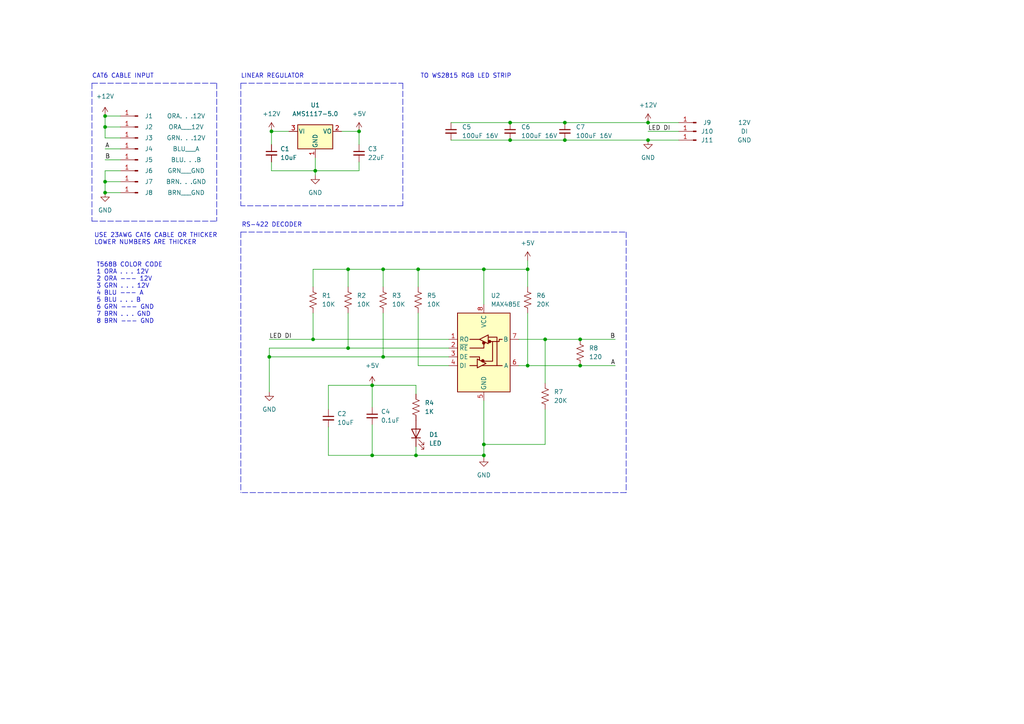
<source format=kicad_sch>
(kicad_sch (version 20211123) (generator eeschema)
  (paper "A4")
  (lib_symbols
    (symbol "Connector:Conn_01x01_Male" (pin_names (offset 1.016) hide)
      (property "Reference" "J" (at 0 2.54 0))
      (property "Value" "Conn_01x01_Male" (at 0 -2.54 0))
      (symbol "Conn_01x01_Male_1_1"
        (polyline (pts (xy 1.27 0) (xy 0.8636 0)) (stroke (width 0.1524)))
        (rectangle (start 0.8636 0.127) (end 0 -0.127) (stroke (width 0.1524)) (fill (type outline)))
        (pin passive line (at 5.08 0 180) (length 3.81) (name "Pin_1") (number "1"))
      )
    )
    (symbol "Device:C_Small" (pin_numbers hide) (pin_names (offset 0.254) hide)
      (property "Reference" "C" (at 0.254 1.778 0))
      (property "Value" "C_Small" (at 0.254 -2.032 0))
      (symbol "C_Small_0_1"
        (polyline (pts (xy -1.524 -0.508) (xy 1.524 -0.508)) (stroke (width 0.3302)))
        (polyline (pts (xy -1.524 0.508) (xy 1.524 0.508)) (stroke (width 0.3048)))
      )
      (symbol "C_Small_1_1"
        (pin passive line (at 0 2.54 270) (length 2.032) (name "~") (number "1"))
        (pin passive line (at 0 -2.54 90) (length 2.032) (name "~") (number "2"))
      )
    )
    (symbol "Device:LED" (pin_numbers hide) (pin_names (offset 1.016) hide)
      (property "Reference" "D" (at 0 2.54 0))
      (property "Value" "LED" (at 0 -2.54 0))
      (symbol "LED_0_1"
        (polyline (pts (xy -1.27 -1.27) (xy -1.27 1.27)) (stroke (width 0.254)))
        (polyline (pts (xy -1.27 0) (xy 1.27 0)))
        (polyline (pts (xy 1.27 -1.27) (xy 1.27 1.27) (xy -1.27 0) (xy 1.27 -1.27)) (stroke (width 0.254)))
        (polyline (pts (xy -3.048 -0.762) (xy -4.572 -2.286) (xy -3.81 -2.286) (xy -4.572 -2.286) (xy -4.572 -1.524)))
        (polyline (pts (xy -1.778 -0.762) (xy -3.302 -2.286) (xy -2.54 -2.286) (xy -3.302 -2.286) (xy -3.302 -1.524)))
      )
      (symbol "LED_1_1"
        (pin passive line (at -3.81 0 0) (length 2.54) (name "K") (number "1"))
        (pin passive line (at 3.81 0 180) (length 2.54) (name "A") (number "2"))
      )
    )
    (symbol "Device:R_US" (pin_numbers hide) (pin_names (offset 0))
      (property "Reference" "R" (at 2.54 0 90))
      (property "Value" "R_US" (at -2.54 0 90))
      (symbol "R_US_0_1"
        (polyline (pts (xy 0 -2.286) (xy 0 -2.54)))
        (polyline (pts (xy 0 2.286) (xy 0 2.54)))
        (polyline (pts (xy 0 -0.762) (xy 1.016 -1.143) (xy 0 -1.524) (xy -1.016 -1.905) (xy 0 -2.286)))
        (polyline (pts (xy 0 0.762) (xy 1.016 0.381) (xy 0 0) (xy -1.016 -0.381) (xy 0 -0.762)))
        (polyline (pts (xy 0 2.286) (xy 1.016 1.905) (xy 0 1.524) (xy -1.016 1.143) (xy 0 0.762)))
      )
      (symbol "R_US_1_1"
        (pin passive line (at 0 3.81 270) (length 1.27) (name "~") (number "1"))
        (pin passive line (at 0 -3.81 90) (length 1.27) (name "~") (number "2"))
      )
    )
    (symbol "Interface_UART:MAX485E"
      (property "Reference" "U" (at -6.096 11.43 0))
      (property "Value" "MAX485E" (at 0.762 11.43 0))
      (symbol "MAX485E_0_1"
        (rectangle (start -7.62 10.16) (end 7.62 -12.7) (stroke (width 0.254)) (fill (type background)))
        (circle (center -0.3048 -3.683) (radius 0.3556) (stroke (width 0.254)) (fill (type outline)))
        (circle (center -0.0254 1.4986) (radius 0.3556) (stroke (width 0.254)) (fill (type outline)))
        (polyline (pts (xy -4.064 -5.08) (xy -1.905 -5.08)) (stroke (width 0.254)))
        (polyline (pts (xy -4.064 2.54) (xy -1.27 2.54)) (stroke (width 0.254)))
        (polyline (pts (xy -1.27 -3.2004) (xy -1.27 -3.4544)) (stroke (width 0.254)))
        (polyline (pts (xy -0.635 -5.08) (xy 5.334 -5.08)) (stroke (width 0.254)))
        (polyline (pts (xy -4.064 -2.54) (xy -1.27 -2.54) (xy -1.27 -3.175)) (stroke (width 0.254)))
        (polyline (pts (xy 0 1.27) (xy 0 0) (xy -4.064 0)) (stroke (width 0.254)))
        (polyline (pts (xy 1.27 3.175) (xy 3.81 3.175) (xy 3.81 -5.08)) (stroke (width 0.254)))
        (polyline (pts (xy 2.54 1.905) (xy 2.54 -3.81) (xy 0 -3.81)) (stroke (width 0.254)))
        (polyline (pts (xy -1.905 -3.175) (xy -1.905 -5.715) (xy 0.635 -4.445) (xy -1.905 -3.175)) (stroke (width 0.254)))
        (polyline (pts (xy -1.27 2.54) (xy 1.27 3.81) (xy 1.27 1.27) (xy -1.27 2.54)) (stroke (width 0.254)))
        (polyline (pts (xy 1.905 1.905) (xy 4.445 1.905) (xy 4.445 2.54) (xy 5.334 2.54)) (stroke (width 0.254)))
        (rectangle (start 1.27 3.175) (end 1.27 3.175))
        (circle (center 1.651 1.905) (radius 0.3556) (stroke (width 0.254)) (fill (type outline)))
      )
      (symbol "MAX485E_1_1"
        (pin output line (at -10.16 2.54 0) (length 2.54) (name "RO") (number "1"))
        (pin input line (at -10.16 0 0) (length 2.54) (name "~{RE}") (number "2"))
        (pin input line (at -10.16 -2.54 0) (length 2.54) (name "DE") (number "3"))
        (pin input line (at -10.16 -5.08 0) (length 2.54) (name "DI") (number "4"))
        (pin power_in line (at 0 -15.24 90) (length 2.54) (name "GND") (number "5"))
        (pin bidirectional line (at 10.16 -5.08 180) (length 2.54) (name "A") (number "6"))
        (pin bidirectional line (at 10.16 2.54 180) (length 2.54) (name "B") (number "7"))
        (pin power_in line (at 0 12.7 270) (length 2.54) (name "VCC") (number "8"))
      )
    )
    (symbol "Regulator_Linear:AMS1117-5.0" (pin_names (offset 0.254))
      (property "Reference" "U" (at -3.81 3.175 0))
      (property "Value" "AMS1117-5.0" (at 0 3.175 0))
      (symbol "AMS1117-5.0_0_1"
        (rectangle (start -5.08 -5.08) (end 5.08 1.905) (stroke (width 0.254)) (fill (type background)))
      )
      (symbol "AMS1117-5.0_1_1"
        (pin power_in line (at 0 -7.62 90) (length 2.54) (name "GND") (number "1"))
        (pin power_out line (at 7.62 0 180) (length 2.54) (name "VO") (number "2"))
        (pin power_in line (at -7.62 0 0) (length 2.54) (name "VI") (number "3"))
      )
    )
    (symbol "power:+12V" (power) (pin_names (offset 0))
      (property "Value" "+12V" (at 0 3.556 0))
      (symbol "+12V_0_1"
        (polyline (pts (xy -0.762 1.27) (xy 0 2.54)))
        (polyline (pts (xy 0 0) (xy 0 2.54)))
        (polyline (pts (xy 0 2.54) (xy 0.762 1.27)))
      )
      (symbol "+12V_1_1"
        (pin power_in line (at 0 0 90) (length 0) hide (name "+12V") (number "1"))
      )
    )
    (symbol "power:+5V" (power) (pin_names (offset 0))
      (property "Value" "+5V" (at 0 3.556 0))
      (symbol "+5V_0_1"
        (polyline (pts (xy -0.762 1.27) (xy 0 2.54)))
        (polyline (pts (xy 0 0) (xy 0 2.54)))
        (polyline (pts (xy 0 2.54) (xy 0.762 1.27)))
      )
      (symbol "+5V_1_1"
        (pin power_in line (at 0 0 90) (length 0) hide (name "+5V") (number "1"))
      )
    )
    (symbol "power:GND" (power) (pin_names (offset 0))
      (property "Value" "GND" (at 0 -3.81 0))
      (symbol "GND_0_1"
        (polyline (pts (xy 0 0) (xy 0 -1.27) (xy 1.27 -1.27) (xy 0 -2.54) (xy -1.27 -1.27) (xy 0 -1.27)))
      )
      (symbol "GND_1_1"
        (pin power_in line (at 0 0 270) (length 0) hide (name "GND") (number "1"))
      )
    )
  )
  (junction (at 163.83 40.64))
  (junction (at 91.44 49.53))
  (junction (at 153.035 78.105))
  (junction (at 90.805 98.425))
  (junction (at 111.125 103.505))
  (junction (at 120.65 132.08))
  (junction (at 78.74 38.1))
  (junction (at 140.335 78.105))
  (junction (at 30.48 36.83))
  (junction (at 111.125 78.105))
  (junction (at 30.48 55.88))
  (junction (at 121.285 78.105))
  (junction (at 153.035 106.045))
  (junction (at 30.48 33.655))
  (junction (at 147.955 40.64))
  (junction (at 140.335 128.905))
  (junction (at 100.965 78.105))
  (junction (at 78.105 103.505))
  (junction (at 158.115 98.425))
  (junction (at 147.955 35.56))
  (junction (at 100.965 100.965))
  (junction (at 140.335 132.08))
  (junction (at 107.95 111.76))
  (junction (at 104.14 38.1))
  (junction (at 168.275 106.045))
  (junction (at 163.83 35.56))
  (junction (at 107.95 132.08))
  (junction (at 30.48 52.705))
  (junction (at 168.275 98.425))
  (junction (at 187.96 40.64))
  (junction (at 187.96 35.56))
  (wire (pts (xy 30.48 36.83) (xy 30.48 33.655)))
  (wire (pts (xy 158.115 98.425) (xy 158.115 111.125)))
  (wire (pts (xy 30.48 33.655) (xy 34.925 33.655)))
  (wire (pts (xy 34.925 36.83) (xy 30.48 36.83)))
  (wire (pts (xy 78.74 38.1) (xy 78.74 41.91)))
  (wire (pts (xy 111.125 90.805) (xy 111.125 103.505)))
  (wire (pts (xy 34.925 49.53) (xy 30.48 49.53)))
  (polyline (pts (xy 181.61 67.31) (xy 181.61 142.875)))
  (polyline (pts (xy 26.67 64.135) (xy 62.865 64.135)))
  (wire (pts (xy 163.83 35.56) (xy 187.96 35.56)))
  (wire (pts (xy 120.65 111.76) (xy 107.95 111.76)))
  (wire (pts (xy 78.105 100.965) (xy 78.105 103.505)))
  (wire (pts (xy 78.105 103.505) (xy 78.105 113.665)))
  (wire (pts (xy 100.965 78.105) (xy 90.805 78.105)))
  (wire (pts (xy 95.25 132.08) (xy 107.95 132.08)))
  (wire (pts (xy 147.955 40.64) (xy 163.83 40.64)))
  (wire (pts (xy 95.25 111.76) (xy 95.25 118.745)))
  (wire (pts (xy 90.805 78.105) (xy 90.805 83.185)))
  (polyline (pts (xy 69.85 24.13) (xy 116.84 24.13)))
  (wire (pts (xy 158.115 128.905) (xy 140.335 128.905)))
  (wire (pts (xy 34.925 40.005) (xy 30.48 40.005)))
  (wire (pts (xy 30.48 46.355) (xy 34.925 46.355)))
  (wire (pts (xy 30.48 43.18) (xy 34.925 43.18)))
  (wire (pts (xy 100.965 90.805) (xy 100.965 100.965)))
  (wire (pts (xy 140.335 116.205) (xy 140.335 128.905)))
  (wire (pts (xy 78.105 103.505) (xy 111.125 103.505)))
  (wire (pts (xy 91.44 49.53) (xy 91.44 50.8)))
  (wire (pts (xy 120.65 129.54) (xy 120.65 132.08)))
  (wire (pts (xy 158.115 118.745) (xy 158.115 128.905)))
  (polyline (pts (xy 69.85 24.13) (xy 69.85 59.69)))
  (wire (pts (xy 107.95 123.19) (xy 107.95 132.08)))
  (wire (pts (xy 153.035 78.105) (xy 140.335 78.105)))
  (wire (pts (xy 107.95 132.08) (xy 120.65 132.08)))
  (wire (pts (xy 140.335 78.105) (xy 140.335 88.265)))
  (wire (pts (xy 168.275 106.045) (xy 178.435 106.045)))
  (polyline (pts (xy 26.67 24.13) (xy 62.865 24.13)))
  (wire (pts (xy 120.65 114.3) (xy 120.65 111.76)))
  (polyline (pts (xy 26.67 24.13) (xy 26.67 64.135)))
  (wire (pts (xy 121.285 90.805) (xy 121.285 106.045)))
  (wire (pts (xy 30.48 40.005) (xy 30.48 36.83)))
  (wire (pts (xy 140.335 128.905) (xy 140.335 132.08)))
  (wire (pts (xy 153.035 78.105) (xy 153.035 83.185)))
  (wire (pts (xy 100.965 78.105) (xy 100.965 83.185)))
  (wire (pts (xy 95.25 123.825) (xy 95.25 132.08)))
  (wire (pts (xy 78.74 49.53) (xy 91.44 49.53)))
  (wire (pts (xy 99.06 38.1) (xy 104.14 38.1)))
  (wire (pts (xy 100.965 100.965) (xy 78.105 100.965)))
  (wire (pts (xy 104.14 46.99) (xy 104.14 49.53)))
  (wire (pts (xy 150.495 106.045) (xy 153.035 106.045)))
  (polyline (pts (xy 69.85 67.31) (xy 181.61 67.31)))
  (wire (pts (xy 140.335 78.105) (xy 121.285 78.105)))
  (wire (pts (xy 153.035 90.805) (xy 153.035 106.045)))
  (polyline (pts (xy 181.61 142.875) (xy 69.85 142.875)))
  (wire (pts (xy 90.805 90.805) (xy 90.805 98.425)))
  (wire (pts (xy 187.96 40.64) (xy 196.85 40.64)))
  (polyline (pts (xy 116.84 59.69) (xy 69.85 59.69)))
  (wire (pts (xy 107.95 111.76) (xy 95.25 111.76)))
  (wire (pts (xy 130.175 100.965) (xy 100.965 100.965)))
  (wire (pts (xy 90.805 98.425) (xy 130.175 98.425)))
  (wire (pts (xy 187.96 38.1) (xy 196.85 38.1)))
  (polyline (pts (xy 69.85 67.31) (xy 69.85 142.875)))
  (wire (pts (xy 111.125 78.105) (xy 111.125 83.185)))
  (wire (pts (xy 78.105 98.425) (xy 90.805 98.425)))
  (wire (pts (xy 153.035 75.565) (xy 153.035 78.105)))
  (wire (pts (xy 30.48 52.705) (xy 30.48 55.88)))
  (wire (pts (xy 91.44 45.72) (xy 91.44 49.53)))
  (wire (pts (xy 130.81 40.64) (xy 147.955 40.64)))
  (polyline (pts (xy 62.865 24.13) (xy 62.865 64.135)))
  (wire (pts (xy 121.285 78.105) (xy 111.125 78.105)))
  (wire (pts (xy 78.74 49.53) (xy 78.74 46.99)))
  (wire (pts (xy 91.44 49.53) (xy 104.14 49.53)))
  (wire (pts (xy 104.14 38.1) (xy 104.14 41.91)))
  (wire (pts (xy 147.955 35.56) (xy 163.83 35.56)))
  (wire (pts (xy 187.96 35.56) (xy 196.85 35.56)))
  (wire (pts (xy 168.275 98.425) (xy 178.435 98.425)))
  (wire (pts (xy 163.83 40.64) (xy 187.96 40.64)))
  (wire (pts (xy 107.95 111.76) (xy 107.95 118.11)))
  (wire (pts (xy 158.115 98.425) (xy 168.275 98.425)))
  (wire (pts (xy 78.74 38.1) (xy 83.82 38.1)))
  (wire (pts (xy 111.125 103.505) (xy 130.175 103.505)))
  (wire (pts (xy 120.65 132.08) (xy 140.335 132.08)))
  (polyline (pts (xy 116.84 24.13) (xy 116.84 59.69)))
  (wire (pts (xy 111.125 78.105) (xy 100.965 78.105)))
  (wire (pts (xy 30.48 49.53) (xy 30.48 52.705)))
  (wire (pts (xy 140.335 132.08) (xy 140.335 132.715)))
  (wire (pts (xy 121.285 106.045) (xy 130.175 106.045)))
  (wire (pts (xy 130.81 35.56) (xy 147.955 35.56)))
  (wire (pts (xy 153.035 106.045) (xy 168.275 106.045)))
  (wire (pts (xy 34.925 52.705) (xy 30.48 52.705)))
  (wire (pts (xy 121.285 78.105) (xy 121.285 83.185)))
  (wire (pts (xy 150.495 98.425) (xy 158.115 98.425)))
  (wire (pts (xy 30.48 55.88) (xy 34.925 55.88)))
  (text "TO WS2815 RGB LED STRIP" (at 121.92 22.86 0) (effects (font (size 1.27 1.27)) (justify left bottom)))
  (text "CAT6 CABLE INPUT" (at 26.67 22.86 0) (effects (font (size 1.27 1.27)) (justify left bottom)))
  (text "LINEAR REGULATOR" (at 69.85 22.86 0) (effects (font (size 1.27 1.27)) (justify left bottom)))
  (text "T568B COLOR CODE\n1 ORA . . . 12V\n2 ORA --- 12V\n3 GRN . . . 12V\n4 BLU --- A\n5 BLU . . . B\n6 GRN --- GND\n7 BRN . . . GND\n8 BRN --- GND" (at 27.94 93.98 0) (effects (font (size 1.27 1.27)) (justify left bottom)))
  (text "RS-422 DECODER" (at 87.63 66.04 180) (effects (font (size 1.27 1.27)) (justify right bottom)))
  (text "USE 23AWG CAT6 CABLE OR THICKER\nLOWER NUMBERS ARE THICKER" (at 27.305 71.12 0) (effects (font (size 1.27 1.27)) (justify left bottom)))
  (label "B" (at 30.48 46.355 0))
  (label "A" (at 178.435 106.045 180))
  (label "A" (at 30.48 43.18 0))
  (label "LED DI" (at 78.105 98.425 0))
  (label "B" (at 178.435 98.425 180))
  (label "LED DI" (at 187.96 38.1 0))
  (symbol (lib_id "Device:C_Small") (at 130.81 38.1 0) (unit 1)
    (property "Reference" "C5" (at 133.985 36.8362 0) (effects (justify left)))
    (property "Value" "100uF 16V" (at 133.985 39.3762 0) (effects (justify left)))
    (property "Footprint" "Capacitor_SMD:C_1210_3225Metric" (effects hide))
    (property "JLCPCB" "C90143" (effects hide))
  )
  (symbol (lib_id "Regulator_Linear:AMS1117-5.0") (at 91.44 38.1 0) (unit 1)
    (property "Reference" "U1" (at 91.44 30.48 0))
    (property "Value" "AMS1117-5.0" (at 91.44 33.02 0))
    (property "Footprint" "Package_TO_SOT_SMD:SOT-223-3_TabPin2" (effects hide))
    (property "Datasheet" "http://www.advanced-monolithic.com/pdf/ds1117.pdf" (effects hide))
    (property "JLCPCB" "C6187" (effects hide))
  )
  (symbol (lib_id "power:GND") (at 30.48 55.88 0) (unit 1)
    (property "Reference" "#PWR02" (effects hide))
    (property "Value" "GND" (at 30.48 60.96 0))
  )
  (symbol (lib_id "Connector:Conn_01x01_Male") (at 40.005 52.705 180) (unit 1)
    (property "Reference" "J7" (at 43.18 52.705 0))
    (property "Value" "BRN. . .GND" (at 53.975 52.705 0))
    (property "Footprint" "Connector_Wire:SolderWire-0.25sqmm_1x01_D0.65mm_OD1.7mm" (effects hide))
  )
  (symbol (lib_id "Connector:Conn_01x01_Male") (at 40.005 49.53 180) (unit 1)
    (property "Reference" "J6" (at 43.18 49.53 0))
    (property "Value" "GRN___GND" (at 53.975 49.53 0))
    (property "Footprint" "Connector_Wire:SolderWire-0.25sqmm_1x01_D0.65mm_OD1.7mm" (effects hide))
  )
  (symbol (lib_id "Connector:Conn_01x01_Male") (at 201.93 40.64 180) (unit 1)
    (property "Reference" "J11" (at 205.105 40.64 0))
    (property "Value" "GND" (at 215.9 40.64 0))
    (property "Footprint" "Connector_Wire:SolderWire-1sqmm_1x01_D1.4mm_OD2.7mm" (effects hide))
  )
  (symbol (lib_id "Device:R_US") (at 158.115 114.935 0) (unit 1)
    (property "Reference" "R7" (at 160.655 113.6649 0) (effects (justify left)))
    (property "Value" "20K" (at 160.655 116.2049 0) (effects (justify left)))
    (property "Footprint" "Resistor_SMD:R_0603_1608Metric" (effects hide))
    (property "JLCPCB" "C4184" (effects hide))
  )
  (symbol (lib_id "power:+12V") (at 30.48 33.655 0) (unit 1)
    (property "Reference" "#PWR01" (effects hide))
    (property "Value" "+12V" (at 30.48 27.94 0))
  )
  (symbol (lib_id "Device:C_Small") (at 95.25 121.285 0) (unit 1)
    (property "Reference" "C2" (at 97.79 120.0212 0) (effects (justify left)))
    (property "Value" "10uF" (at 97.79 122.5612 0) (effects (justify left)))
    (property "Footprint" "Capacitor_SMD:C_0805_2012Metric" (effects hide))
    (property "JLCPCB" "C15850" (effects hide))
  )
  (symbol (lib_id "power:+5V") (at 104.14 38.1 0) (unit 1)
    (property "Reference" "#PWR06" (effects hide))
    (property "Value" "+5V" (at 104.14 33.02 0))
  )
  (symbol (lib_id "Connector:Conn_01x01_Male") (at 40.005 46.355 180) (unit 1)
    (property "Reference" "J5" (at 43.18 46.355 0))
    (property "Value" "BLU. . .B" (at 53.975 46.355 0))
    (property "Footprint" "Connector_Wire:SolderWire-0.25sqmm_1x01_D0.65mm_OD1.7mm" (effects hide))
  )
  (symbol (lib_id "Device:C_Small") (at 107.95 120.65 0) (unit 1)
    (property "Reference" "C4" (at 110.49 119.3862 0) (effects (justify left)))
    (property "Value" "0.1uF" (at 110.49 121.9262 0) (effects (justify left)))
    (property "Footprint" "Capacitor_SMD:C_0402_1005Metric" (effects hide))
    (property "JLCPCB" "C1525" (effects hide))
  )
  (symbol (lib_id "Device:R_US") (at 111.125 86.995 0) (unit 1)
    (property "Reference" "R3" (at 113.665 85.7249 0) (effects (justify left)))
    (property "Value" "10K" (at 113.665 88.2649 0) (effects (justify left)))
    (property "Footprint" "Resistor_SMD:R_0603_1608Metric" (effects hide))
    (property "JLCPCB" "C25804" (effects hide))
  )
  (symbol (lib_id "Device:C_Small") (at 147.955 38.1 0) (unit 1)
    (property "Reference" "C6" (at 151.13 36.8362 0) (effects (justify left)))
    (property "Value" "100uF 16V" (at 151.13 39.3762 0) (effects (justify left)))
    (property "Footprint" "Capacitor_SMD:C_1210_3225Metric" (effects hide))
    (property "JLCPCB" "C90143" (effects hide))
  )
  (symbol (lib_id "Device:R_US") (at 121.285 86.995 0) (unit 1)
    (property "Reference" "R5" (at 123.825 85.7249 0) (effects (justify left)))
    (property "Value" "10K" (at 123.825 88.2649 0) (effects (justify left)))
    (property "Footprint" "Resistor_SMD:R_0603_1608Metric" (effects hide))
    (property "JLCPCB" "C25804" (effects hide))
  )
  (symbol (lib_id "Device:R_US") (at 100.965 86.995 0) (unit 1)
    (property "Reference" "R2" (at 103.505 85.7249 0) (effects (justify left)))
    (property "Value" "10K" (at 103.505 88.2649 0) (effects (justify left)))
    (property "Footprint" "Resistor_SMD:R_0603_1608Metric" (effects hide))
    (property "JLCPCB" "C25804" (effects hide))
  )
  (symbol (lib_id "Device:LED") (at 120.65 125.73 90) (unit 1)
    (property "Reference" "D1" (at 124.46 126.0474 90) (effects (justify right)))
    (property "Value" "LED" (at 124.46 128.5874 90) (effects (justify right)))
    (property "Footprint" "LED_SMD:LED_0805_2012Metric" (effects hide))
    (property "Datasheet" "https://datasheet.lcsc.com/lcsc/2008201032_Foshan-NationStar-Optoelectronics-NCD0805R1_C84256.pdf" (effects hide))
    (property "JLCPCB" "C84256" (effects hide))
  )
  (symbol (lib_id "Device:R_US") (at 168.275 102.235 0) (unit 1)
    (property "Reference" "R8" (at 170.815 100.9649 0) (effects (justify left)))
    (property "Value" "120" (at 170.815 103.5049 0) (effects (justify left)))
    (property "Footprint" "Resistor_SMD:R_0603_1608Metric" (effects hide))
    (property "JLCPCB" "C22787" (effects hide))
  )
  (symbol (lib_id "Connector:Conn_01x01_Male") (at 201.93 35.56 180) (unit 1)
    (property "Reference" "J9" (at 205.105 35.56 0))
    (property "Value" "12V" (at 215.9 35.56 0))
    (property "Footprint" "Connector_Wire:SolderWire-1sqmm_1x01_D1.4mm_OD2.7mm" (effects hide))
  )
  (symbol (lib_id "Connector:Conn_01x01_Male") (at 40.005 55.88 180) (unit 1)
    (property "Reference" "J8" (at 43.18 55.88 0))
    (property "Value" "BRN___GND" (at 53.975 55.88 0))
    (property "Footprint" "Connector_Wire:SolderWire-0.25sqmm_1x01_D0.65mm_OD1.7mm" (effects hide))
  )
  (symbol (lib_id "Device:C_Small") (at 104.14 44.45 0) (unit 1)
    (property "Reference" "C3" (at 106.68 43.1862 0) (effects (justify left)))
    (property "Value" "22uF" (at 106.68 45.7262 0) (effects (justify left)))
    (property "Footprint" "Capacitor_SMD:C_0805_2012Metric" (effects hide))
    (property "JLCPCB" "C45783" (effects hide))
  )
  (symbol (lib_id "power:+5V") (at 153.035 75.565 0) (unit 1)
    (property "Reference" "#PWR09" (effects hide))
    (property "Value" "+5V" (at 153.035 70.485 0))
  )
  (symbol (lib_id "Device:R_US") (at 90.805 86.995 0) (unit 1)
    (property "Reference" "R1" (at 93.345 85.7249 0) (effects (justify left)))
    (property "Value" "10K" (at 93.345 88.2649 0) (effects (justify left)))
    (property "Footprint" "Resistor_SMD:R_0603_1608Metric" (effects hide))
    (property "JLCPCB" "C25804" (effects hide))
  )
  (symbol (lib_id "Connector:Conn_01x01_Male") (at 201.93 38.1 180) (unit 1)
    (property "Reference" "J10" (at 205.105 38.1 0))
    (property "Value" "DI" (at 215.9 38.1 0))
    (property "Footprint" "Connector_Wire:SolderWire-1sqmm_1x01_D1.4mm_OD2.7mm" (effects hide))
  )
  (symbol (lib_id "Device:R_US") (at 153.035 86.995 0) (unit 1)
    (property "Reference" "R6" (at 155.575 85.7249 0) (effects (justify left)))
    (property "Value" "20K" (at 155.575 88.2649 0) (effects (justify left)))
    (property "Footprint" "Resistor_SMD:R_0603_1608Metric" (effects hide))
    (property "JLCPCB" "C4184" (effects hide))
  )
  (symbol (lib_id "Connector:Conn_01x01_Male") (at 40.005 43.18 180) (unit 1)
    (property "Reference" "J4" (at 43.18 43.18 0))
    (property "Value" "BLU___A" (at 53.975 43.18 0))
    (property "Footprint" "Connector_Wire:SolderWire-0.25sqmm_1x01_D0.65mm_OD1.7mm" (effects hide))
  )
  (symbol (lib_id "Connector:Conn_01x01_Male") (at 40.005 36.83 180) (unit 1)
    (property "Reference" "J2" (at 43.18 36.83 0))
    (property "Value" "ORA___12V" (at 53.975 36.83 0))
    (property "Footprint" "Connector_Wire:SolderWire-0.25sqmm_1x01_D0.65mm_OD1.7mm" (effects hide))
  )
  (symbol (lib_id "power:GND") (at 91.44 50.8 0) (unit 1)
    (property "Reference" "#PWR05" (effects hide))
    (property "Value" "GND" (at 91.44 55.88 0))
  )
  (symbol (lib_id "Interface_UART:MAX485E") (at 140.335 100.965 0) (unit 1)
    (property "Reference" "U2" (at 142.3544 85.725 0) (effects (justify left)))
    (property "Value" "MAX485E" (at 142.3544 88.265 0) (effects (justify left)))
    (property "Footprint" "Package_SO:SOIC-8_3.9x4.9mm_P1.27mm" (effects hide))
    (property "Datasheet" "https://datasheets.maximintegrated.com/en/ds/MAX1487E-MAX491E.pdf" (effects hide))
    (property "JLCPCB" "C19738" (effects hide))
  )
  (symbol (lib_id "Device:C_Small") (at 163.83 38.1 0) (unit 1)
    (property "Reference" "C7" (at 167.005 36.8362 0) (effects (justify left)))
    (property "Value" "100uF 16V" (at 167.005 39.3762 0) (effects (justify left)))
    (property "Footprint" "Capacitor_SMD:C_1210_3225Metric" (effects hide))
    (property "JLCPCB" "C90143" (effects hide))
  )
  (symbol (lib_id "power:GND") (at 140.335 132.715 0) (unit 1)
    (property "Reference" "#PWR08" (effects hide))
    (property "Value" "GND" (at 140.335 137.795 0))
  )
  (symbol (lib_id "power:+12V") (at 187.96 35.56 0) (unit 1)
    (property "Reference" "#PWR010" (effects hide))
    (property "Value" "+12V" (at 187.96 30.48 0))
  )
  (symbol (lib_id "power:+12V") (at 78.74 38.1 0) (unit 1)
    (property "Reference" "#PWR04" (effects hide))
    (property "Value" "+12V" (at 78.74 33.02 0))
  )
  (symbol (lib_id "power:GND") (at 78.105 113.665 0) (unit 1)
    (property "Reference" "#PWR03" (effects hide))
    (property "Value" "GND" (at 78.105 118.745 0))
  )
  (symbol (lib_id "Connector:Conn_01x01_Male") (at 40.005 33.655 180) (unit 1)
    (property "Reference" "J1" (at 43.18 33.655 0))
    (property "Value" "ORA. . .12V" (at 53.975 33.655 0))
    (property "Footprint" "Connector_Wire:SolderWire-0.25sqmm_1x01_D0.65mm_OD1.7mm" (effects hide))
  )
  (symbol (lib_id "Device:C_Small") (at 78.74 44.45 0) (unit 1)
    (property "Reference" "C1" (at 81.28 43.1862 0) (effects (justify left)))
    (property "Value" "10uF" (at 81.28 45.7262 0) (effects (justify left)))
    (property "Footprint" "Capacitor_SMD:C_0805_2012Metric" (effects hide))
    (property "JLCPCB" "C15850" (effects hide))
  )
  (symbol (lib_id "power:GND") (at 187.96 40.64 0) (unit 1)
    (property "Reference" "#PWR011" (effects hide))
    (property "Value" "GND" (at 187.96 45.72 0))
  )
  (symbol (lib_id "Connector:Conn_01x01_Male") (at 40.005 40.005 180) (unit 1)
    (property "Reference" "J3" (at 43.18 40.005 0))
    (property "Value" "GRN. . .12V" (at 53.975 40.005 0))
    (property "Footprint" "Connector_Wire:SolderWire-0.25sqmm_1x01_D0.65mm_OD1.7mm" (effects hide))
  )
  (symbol (lib_id "power:+5V") (at 107.95 111.76 0) (unit 1)
    (property "Reference" "#PWR07" (effects hide))
    (property "Value" "+5V" (at 107.95 106.045 0))
  )
  (symbol (lib_id "Device:R_US") (at 120.65 118.11 0) (unit 1)
    (property "Reference" "R4" (at 123.19 116.8399 0) (effects (justify left)))
    (property "Value" "1K" (at 123.19 119.3799 0) (effects (justify left)))
    (property "Footprint" "Resistor_SMD:R_0603_1608Metric" (effects hide))
    (property "JLCPCB" "C21190" (effects hide))
  )
)
</source>
